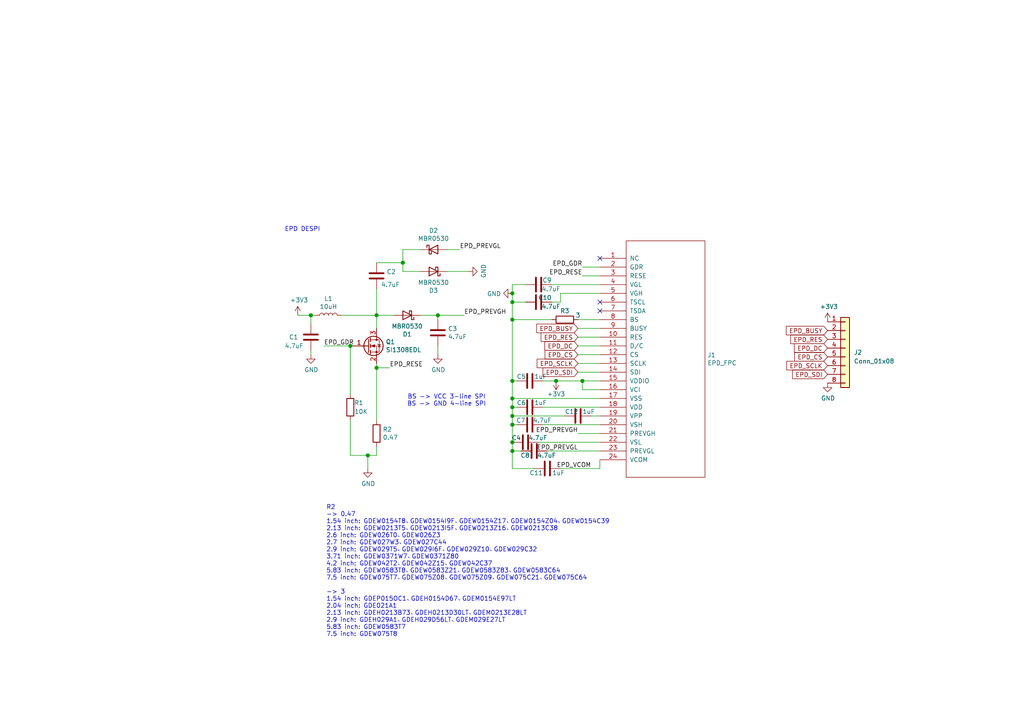
<source format=kicad_sch>
(kicad_sch (version 20201015) (generator eeschema)
  (paper "A4")
  (title_block (title "EPD2SPI") (date "2021-01-12") (rev "1.0") (company "megumi"))
  (lib_symbols
    (symbol "Connector_Generic:Conn_01x08" (pin_names (offset 1.016) hide)
      (property "Reference" "J" (at 0 10.16 0))
      (property "Value" "Conn_01x08" (at 0 -12.7 0))
      (symbol "Conn_01x08_1_1"
        (rectangle (start -1.27 -4.953) (end 0 -5.207) (stroke (width 0.1524)))
        (rectangle (start -1.27 -7.493) (end 0 -7.747) (stroke (width 0.1524)))
        (rectangle (start -1.27 -10.033) (end 0 -10.287) (stroke (width 0.1524)))
        (rectangle (start -1.27 -2.413) (end 0 -2.667) (stroke (width 0.1524)))
        (rectangle (start -1.27 2.667) (end 0 2.413) (stroke (width 0.1524)))
        (rectangle (start -1.27 5.207) (end 0 4.953) (stroke (width 0.1524)))
        (rectangle (start -1.27 7.747) (end 0 7.493) (stroke (width 0.1524)))
        (rectangle (start -1.27 8.89) (end 1.27 -11.43) (stroke (width 0.254)) (fill (type background)))
        (rectangle (start -1.27 0.127) (end 0 -0.127) (stroke (width 0.1524)))
        (pin passive line (at -5.08 7.62 0) (length 3.81) (name "Pin_1") (number "1"))
        (pin passive line (at -5.08 5.08 0) (length 3.81) (name "Pin_2") (number "2"))
        (pin passive line (at -5.08 2.54 0) (length 3.81) (name "Pin_3") (number "3"))
        (pin passive line (at -5.08 0 0) (length 3.81) (name "Pin_4") (number "4"))
        (pin passive line (at -5.08 -2.54 0) (length 3.81) (name "Pin_5") (number "5"))
        (pin passive line (at -5.08 -5.08 0) (length 3.81) (name "Pin_6") (number "6"))
        (pin passive line (at -5.08 -7.62 0) (length 3.81) (name "Pin_7") (number "7"))
        (pin passive line (at -5.08 -10.16 0) (length 3.81) (name "Pin_8") (number "8"))
      )
    )
    (symbol "Device:C" (pin_numbers hide) (pin_names (offset 0.254))
      (property "Reference" "C" (at 0.635 2.54 0))
      (property "Value" "C" (at 0.635 -2.54 0))
      (symbol "C_0_1"
        (polyline (pts (xy -2.032 -0.762) (xy 2.032 -0.762)) (stroke (width 0.508)))
        (polyline (pts (xy -2.032 0.762) (xy 2.032 0.762)) (stroke (width 0.508)))
      )
      (symbol "C_1_1"
        (pin passive line (at 0 3.81 270) (length 2.794) (name "~") (number "1"))
        (pin passive line (at 0 -3.81 90) (length 2.794) (name "~") (number "2"))
      )
    )
    (symbol "Device:L" (pin_numbers hide) (pin_names (offset 1.016) hide)
      (property "Reference" "L" (at -1.27 0 90))
      (property "Value" "L" (at 1.905 0 90))
      (symbol "L_0_1"
        (arc (start 0 -2.54) (end 0 -1.27) (radius (at 0 -1.905) (length 0.635) (angles -89.9 89.9)))
        (arc (start 0 -1.27) (end 0 0) (radius (at 0 -0.635) (length 0.635) (angles -89.9 89.9)))
        (arc (start 0 0) (end 0 1.27) (radius (at 0 0.635) (length 0.635) (angles -89.9 89.9)))
        (arc (start 0 1.27) (end 0 2.54) (radius (at 0 1.905) (length 0.635) (angles -89.9 89.9)))
      )
      (symbol "L_1_1"
        (pin passive line (at 0 3.81 270) (length 1.27) (name "1") (number "1"))
        (pin passive line (at 0 -3.81 90) (length 1.27) (name "2") (number "2"))
      )
    )
    (symbol "Device:R" (pin_numbers hide) (pin_names (offset 0))
      (property "Reference" "R" (at 2.032 0 90))
      (property "Value" "R" (at 0 0 90))
      (symbol "R_0_1"
        (rectangle (start -1.016 -2.54) (end 1.016 2.54) (stroke (width 0.254)))
      )
      (symbol "R_1_1"
        (pin passive line (at 0 3.81 270) (length 1.27) (name "~") (number "1"))
        (pin passive line (at 0 -3.81 90) (length 1.27) (name "~") (number "2"))
      )
    )
    (symbol "Diode:MBR0530" (pin_numbers hide) (pin_names (offset 1.016) hide)
      (property "Reference" "D" (at 0 2.54 0))
      (property "Value" "MBR0530" (at 0 -2.54 0))
      (symbol "MBR0530_0_1"
        (polyline (pts (xy 1.27 0) (xy -1.27 0)))
        (polyline (pts (xy 1.27 1.27) (xy 1.27 -1.27) (xy -1.27 0) (xy 1.27 1.27)) (stroke (width 0.254)))
        (polyline (pts (xy -1.905 0.635) (xy -1.905 1.27) (xy -1.27 1.27) (xy -1.27 -1.27) (xy -0.635 -1.27) (xy -0.635 -0.635)) (stroke (width 0.254)))
      )
      (symbol "MBR0530_1_1"
        (pin passive line (at -3.81 0 0) (length 2.54) (name "K") (number "1"))
        (pin passive line (at 3.81 0 180) (length 2.54) (name "A") (number "2"))
      )
    )
    (symbol "Diode:MBR0530_1" (pin_numbers hide) (pin_names (offset 1.016) hide)
      (property "Reference" "D" (at 0 2.54 0))
      (property "Value" "MBR0530" (at 0 -2.54 0))
      (symbol "MBR0530_1_0_1"
        (polyline (pts (xy 1.27 0) (xy -1.27 0)))
        (polyline (pts (xy 1.27 1.27) (xy 1.27 -1.27) (xy -1.27 0) (xy 1.27 1.27)) (stroke (width 0.254)))
        (polyline (pts (xy -1.905 0.635) (xy -1.905 1.27) (xy -1.27 1.27) (xy -1.27 -1.27) (xy -0.635 -1.27) (xy -0.635 -0.635)) (stroke (width 0.254)))
      )
      (symbol "MBR0530_1_1_1"
        (pin passive line (at -3.81 0 0) (length 2.54) (name "K") (number "1"))
        (pin passive line (at 3.81 0 180) (length 2.54) (name "A") (number "2"))
      )
    )
    (symbol "Diode:MBR0530_2" (pin_numbers hide) (pin_names (offset 1.016) hide)
      (property "Reference" "D" (at 0 2.54 0))
      (property "Value" "MBR0530" (at 0 -2.54 0))
      (symbol "MBR0530_2_0_1"
        (polyline (pts (xy 1.27 0) (xy -1.27 0)))
        (polyline (pts (xy 1.27 1.27) (xy 1.27 -1.27) (xy -1.27 0) (xy 1.27 1.27)) (stroke (width 0.254)))
        (polyline (pts (xy -1.905 0.635) (xy -1.905 1.27) (xy -1.27 1.27) (xy -1.27 -1.27) (xy -0.635 -1.27) (xy -0.635 -0.635)) (stroke (width 0.254)))
      )
      (symbol "MBR0530_2_1_1"
        (pin passive line (at -3.81 0 0) (length 2.54) (name "K") (number "1"))
        (pin passive line (at 3.81 0 180) (length 2.54) (name "A") (number "2"))
      )
    )
    (symbol "EPD_FPC:EPD_FPC" (pin_names (offset 1.016))
      (property "Reference" "J" (at 0 -2.54 0))
      (property "Value" "EPD_FPC" (at 0 2.54 0))
      (symbol "EPD_FPC_1_0"
        (rectangle (start -11.43 -34.29) (end 11.43 34.29))
      )
      (symbol "EPD_FPC_1_1"
        (pin passive line (at -19.05 29.21 0) (length 7.62) (name "NC") (number "1"))
        (pin passive line (at -19.05 6.35 0) (length 7.62) (name "RES") (number "10"))
        (pin passive line (at -19.05 3.81 0) (length 7.62) (name "D/C") (number "11"))
        (pin passive line (at -19.05 1.27 0) (length 7.62) (name "CS") (number "12"))
        (pin passive line (at -19.05 -1.27 0) (length 7.62) (name "SCLK") (number "13"))
        (pin passive line (at -19.05 -3.81 0) (length 7.62) (name "SDI") (number "14"))
        (pin passive line (at -19.05 -6.35 0) (length 7.62) (name "VDDIO") (number "15"))
        (pin passive line (at -19.05 -8.89 0) (length 7.62) (name "VCI") (number "16"))
        (pin passive line (at -19.05 -11.43 0) (length 7.62) (name "VSS") (number "17"))
        (pin passive line (at -19.05 -13.97 0) (length 7.62) (name "VDD") (number "18"))
        (pin passive line (at -19.05 -16.51 0) (length 7.62) (name "VPP") (number "19"))
        (pin passive line (at -19.05 26.67 0) (length 7.62) (name "GDR") (number "2"))
        (pin passive line (at -19.05 -19.05 0) (length 7.62) (name "VSH") (number "20"))
        (pin passive line (at -19.05 -21.59 0) (length 7.62) (name "PREVGH") (number "21"))
        (pin passive line (at -19.05 -24.13 0) (length 7.62) (name "VSL") (number "22"))
        (pin passive line (at -19.05 -26.67 0) (length 7.62) (name "PREVGL") (number "23"))
        (pin power_in line (at -19.05 -29.21 0) (length 7.62) (name "VCOM") (number "24"))
        (pin passive line (at -19.05 24.13 0) (length 7.62) (name "RESE") (number "3"))
        (pin passive line (at -19.05 21.59 0) (length 7.62) (name "VGL") (number "4"))
        (pin passive line (at -19.05 19.05 0) (length 7.62) (name "VGH") (number "5"))
        (pin passive line (at -19.05 16.51 0) (length 7.62) (name "TSCL") (number "6"))
        (pin passive line (at -19.05 13.97 0) (length 7.62) (name "TSDA") (number "7"))
        (pin passive line (at -19.05 11.43 0) (length 7.62) (name "BS") (number "8"))
        (pin passive line (at -19.05 8.89 0) (length 7.62) (name "BUSY") (number "9"))
      )
    )
    (symbol "EPD_FPC:SI1308EDL" (pin_names hide)
      (property "Reference" "Q" (at 5.08 1.27 0))
      (property "Value" "SI1308EDL" (at 5.08 -1.27 0))
      (symbol "SI1308EDL_0_1"
        (circle (center 1.651 0) (radius 2.794) (stroke (width 0.254)))
        (circle (center 2.54 -1.778) (radius 0.254) (fill (type outline)))
        (circle (center 2.54 1.778) (radius 0.254) (fill (type outline)))
        (polyline (pts (xy 0.254 0) (xy -2.54 0)))
        (polyline (pts (xy 0.254 1.905) (xy 0.254 -1.905)) (stroke (width 0.254)))
        (polyline (pts (xy 0.762 -1.27) (xy 0.762 -2.286)) (stroke (width 0.254)))
        (polyline (pts (xy 0.762 0.508) (xy 0.762 -0.508)) (stroke (width 0.254)))
        (polyline (pts (xy 0.762 2.286) (xy 0.762 1.27)) (stroke (width 0.254)))
        (polyline (pts (xy 2.54 2.54) (xy 2.54 1.778)))
        (polyline (pts (xy 2.54 -2.54) (xy 2.54 0) (xy 0.762 0)))
        (polyline (pts (xy 0.762 -1.778) (xy 3.302 -1.778) (xy 3.302 1.778) (xy 0.762 1.778)))
        (polyline (pts (xy 1.016 0) (xy 2.032 0.381) (xy 2.032 -0.381) (xy 1.016 0)) (fill (type outline)))
        (polyline (pts (xy 2.794 0.508) (xy 2.921 0.381) (xy 3.683 0.381) (xy 3.81 0.254)))
        (polyline (pts (xy 3.302 0.381) (xy 2.921 -0.254) (xy 3.683 -0.254) (xy 3.302 0.381)))
      )
      (symbol "SI1308EDL_1_1"
        (pin input line (at -5.08 0 0) (length 5.08) (name "G") (number "1"))
        (pin passive line (at 2.54 -5.08 90) (length 2.54) (name "S") (number "2"))
        (pin passive line (at 2.54 5.08 270) (length 2.54) (name "D") (number "3"))
      )
    )
    (symbol "power:+3.3V" (power) (pin_names (offset 0))
      (property "Value" "+3.3V" (at 0 3.556 0))
      (symbol "+3.3V_0_1"
        (polyline (pts (xy -0.762 1.27) (xy 0 2.54)))
        (polyline (pts (xy 0 0) (xy 0 2.54)))
        (polyline (pts (xy 0 2.54) (xy 0.762 1.27)))
      )
      (symbol "+3.3V_1_1"
        (pin power_in line (at 0 0 90) (length 0) hide (name "+3V3") (number "1"))
      )
    )
    (symbol "power:GND" (power) (pin_names (offset 0))
      (property "Value" "GND" (at 0 -3.81 0))
      (symbol "GND_0_1"
        (polyline (pts (xy 0 0) (xy 0 -1.27) (xy 1.27 -1.27) (xy 0 -2.54) (xy -1.27 -1.27) (xy 0 -1.27)))
      )
      (symbol "GND_1_1"
        (pin power_in line (at 0 0 270) (length 0) hide (name "GND") (number "1"))
      )
    )
  )
  (junction (at 90.17 91.44) (diameter 1.016))
  (junction (at 101.6 100.33) (diameter 1.016))
  (junction (at 106.68 132.08) (diameter 1.016))
  (junction (at 109.22 91.44) (diameter 1.016))
  (junction (at 109.22 106.68) (diameter 1.016))
  (junction (at 116.84 76.2) (diameter 1.016))
  (junction (at 127 91.44) (diameter 1.016))
  (junction (at 148.59 85.09) (diameter 1.016))
  (junction (at 148.59 87.63) (diameter 1.016))
  (junction (at 148.59 92.71) (diameter 1.016))
  (junction (at 148.59 110.49) (diameter 1.016))
  (junction (at 148.59 115.57) (diameter 1.016))
  (junction (at 148.59 118.11) (diameter 1.016))
  (junction (at 148.59 120.65) (diameter 1.016))
  (junction (at 148.59 123.19) (diameter 1.016))
  (junction (at 148.59 128.27) (diameter 1.016))
  (junction (at 148.59 130.81) (diameter 1.016))
  (junction (at 161.29 110.49) (diameter 1.016))
  (junction (at 168.91 110.49) (diameter 1.016))
  (no_connect (at 173.99 74.93))
  (no_connect (at 173.99 87.63))
  (no_connect (at 173.99 90.17))
  (wire (pts (xy 86.36 91.44) (xy 90.17 91.44)))
  (wire (pts (xy 90.17 91.44) (xy 91.44 91.44)))
  (wire (pts (xy 90.17 93.98) (xy 90.17 91.44)))
  (wire (pts (xy 90.17 101.6) (xy 90.17 102.87)))
  (wire (pts (xy 93.98 100.33) (xy 101.6 100.33)))
  (wire (pts (xy 99.06 91.44) (xy 109.22 91.44)))
  (wire (pts (xy 101.6 114.3) (xy 101.6 100.33)))
  (wire (pts (xy 101.6 121.92) (xy 101.6 132.08)))
  (wire (pts (xy 101.6 132.08) (xy 106.68 132.08)))
  (wire (pts (xy 106.68 132.08) (xy 109.22 132.08)))
  (wire (pts (xy 106.68 135.89) (xy 106.68 132.08)))
  (wire (pts (xy 109.22 76.2) (xy 116.84 76.2)))
  (wire (pts (xy 109.22 83.82) (xy 109.22 91.44)))
  (wire (pts (xy 109.22 91.44) (xy 109.22 95.25)))
  (wire (pts (xy 109.22 106.68) (xy 109.22 105.41)))
  (wire (pts (xy 109.22 106.68) (xy 109.22 121.92)))
  (wire (pts (xy 109.22 106.68) (xy 113.03 106.68)))
  (wire (pts (xy 109.22 129.54) (xy 109.22 132.08)))
  (wire (pts (xy 114.3 91.44) (xy 109.22 91.44)))
  (wire (pts (xy 116.84 72.39) (xy 116.84 76.2)))
  (wire (pts (xy 116.84 76.2) (xy 116.84 78.74)))
  (wire (pts (xy 116.84 78.74) (xy 121.92 78.74)))
  (wire (pts (xy 121.92 72.39) (xy 116.84 72.39)))
  (wire (pts (xy 121.92 91.44) (xy 127 91.44)))
  (wire (pts (xy 127 91.44) (xy 127 92.71)))
  (wire (pts (xy 127 91.44) (xy 134.62 91.44)))
  (wire (pts (xy 127 100.33) (xy 127 102.87)))
  (wire (pts (xy 129.54 72.39) (xy 133.35 72.39)))
  (wire (pts (xy 129.54 78.74) (xy 135.89 78.74)))
  (wire (pts (xy 148.59 82.55) (xy 148.59 85.09)))
  (wire (pts (xy 148.59 85.09) (xy 148.59 87.63)))
  (wire (pts (xy 148.59 87.63) (xy 148.59 92.71)))
  (wire (pts (xy 148.59 87.63) (xy 152.4 87.63)))
  (wire (pts (xy 148.59 92.71) (xy 148.59 110.49)))
  (wire (pts (xy 148.59 92.71) (xy 160.02 92.71)))
  (wire (pts (xy 148.59 110.49) (xy 148.59 115.57)))
  (wire (pts (xy 148.59 110.49) (xy 149.86 110.49)))
  (wire (pts (xy 148.59 115.57) (xy 173.99 115.57)))
  (wire (pts (xy 148.59 118.11) (xy 148.59 115.57)))
  (wire (pts (xy 148.59 120.65) (xy 148.59 118.11)))
  (wire (pts (xy 148.59 120.65) (xy 163.83 120.65)))
  (wire (pts (xy 148.59 123.19) (xy 148.59 120.65)))
  (wire (pts (xy 148.59 123.19) (xy 148.59 128.27)))
  (wire (pts (xy 148.59 123.19) (xy 149.86 123.19)))
  (wire (pts (xy 148.59 128.27) (xy 148.59 130.81)))
  (wire (pts (xy 148.59 130.81) (xy 148.59 135.89)))
  (wire (pts (xy 149.86 118.11) (xy 148.59 118.11)))
  (wire (pts (xy 151.13 130.81) (xy 148.59 130.81)))
  (wire (pts (xy 152.4 82.55) (xy 148.59 82.55)))
  (wire (pts (xy 154.94 135.89) (xy 148.59 135.89)))
  (wire (pts (xy 156.21 128.27) (xy 173.99 128.27)))
  (wire (pts (xy 157.48 110.49) (xy 161.29 110.49)))
  (wire (pts (xy 157.48 118.11) (xy 173.99 118.11)))
  (wire (pts (xy 157.48 123.19) (xy 173.99 123.19)))
  (wire (pts (xy 158.75 130.81) (xy 173.99 130.81)))
  (wire (pts (xy 160.02 82.55) (xy 173.99 82.55)))
  (wire (pts (xy 160.02 87.63) (xy 162.56 87.63)))
  (wire (pts (xy 161.29 110.49) (xy 168.91 110.49)))
  (wire (pts (xy 162.56 85.09) (xy 173.99 85.09)))
  (wire (pts (xy 162.56 87.63) (xy 162.56 85.09)))
  (wire (pts (xy 162.56 135.89) (xy 173.99 135.89)))
  (wire (pts (xy 167.64 92.71) (xy 173.99 92.71)))
  (wire (pts (xy 167.64 95.25) (xy 173.99 95.25)))
  (wire (pts (xy 167.64 97.79) (xy 173.99 97.79)))
  (wire (pts (xy 167.64 102.87) (xy 173.99 102.87)))
  (wire (pts (xy 167.64 105.41) (xy 173.99 105.41)))
  (wire (pts (xy 167.64 107.95) (xy 173.99 107.95)))
  (wire (pts (xy 167.64 125.73) (xy 173.99 125.73)))
  (wire (pts (xy 168.91 77.47) (xy 173.99 77.47)))
  (wire (pts (xy 168.91 80.01) (xy 173.99 80.01)))
  (wire (pts (xy 168.91 110.49) (xy 168.91 113.03)))
  (wire (pts (xy 168.91 113.03) (xy 173.99 113.03)))
  (wire (pts (xy 171.45 120.65) (xy 173.99 120.65)))
  (wire (pts (xy 173.99 100.33) (xy 167.64 100.33)))
  (wire (pts (xy 173.99 110.49) (xy 168.91 110.49)))
  (wire (pts (xy 173.99 133.35) (xy 173.99 135.89)))
  (text "EPD DESPI" (at 82.55 67.31 0) (effects (font (size 1.27 1.27)) (justify left bottom)))
  (text "R2\n-> 0.47\n1.54 inch: GDEW0154T8、GDEW0154I9F、GDEW0154Z17、GDEW0154Z04、GDEW0154C39\n2.13 inch: GDEW0213T5、GDEW0213I5F、GDEW0213Z16、GDEW0213C38\n2.6 inch: GDEW026T0、GDEW026Z3\n2.7 inch: GDEW027W3、GDEW027C44\n2.9 inch: GDEW029T5、GDEW029I6F、GDEW029Z10、GDEW029C32\n3.71 inch: GDEW0371W7、GDEW0371Z80\n4.2 inch: GDEW042T2、GDEW042Z15、GDEW042C37\n5.83 inch: GDEW0583T8、GDEW0583Z21、GDEW0583Z83、GDEW0583C64\n7.5 inch: GDEW075T7、GDEW075Z08、GDEW075Z09、GDEW075C21、GDEW075C64\n\n-> 3\n1.54 inch: GDEP015OC1、GDEH0154D67、GDEM0154E97LT\n2.04 inch: GDE021A1\n2.13 inch: GDEH0213B73、GDEH0213D30LT、GDEM0213E28LT\n2.9 inch: GDEH029A1、GDEH029D56LT、GDEM029E27LT\n5.83 inch: GDEW0583T7\n7.5 inch: GDEW075T8" (at 94.615 184.785 0) (effects (font (size 1.27 1.27)) (justify left bottom)))
  (text "BS -> VCC 3-line SPI\nBS -> GND 4-line SPI" (at 129.54 116.205 180) (effects (font (size 1.27 1.27))))
  (label "EPD_GDR" (at 93.98 100.33 0))
  (label "EPD_RESE" (at 113.03 106.68 0))
  (label "EPD_PREVGL" (at 133.35 72.39 0))
  (label "EPD_PREVGH" (at 134.62 91.44 0))
  (label "EPD_PREVGH" (at 167.64 125.73 180))
  (label "EPD_PREVGL" (at 167.64 130.81 180))
  (label "EPD_GDR" (at 168.91 77.47 180))
  (label "EPD_RESE" (at 168.91 80.01 180))
  (label "EPD_VCOM" (at 171.45 135.89 180))
  (global_label "EPD_BUSY" (shape input) (at 167.64 95.25 180) (property "Intersheet References" "${INTERSHEET_REFS}" (effects hide)))
  (global_label "EPD_RES" (shape input) (at 167.64 97.79 180) (property "Intersheet References" "${INTERSHEET_REFS}" (effects hide)))
  (global_label "EPD_DC" (shape input) (at 167.64 100.33 180) (property "Intersheet References" "${INTERSHEET_REFS}" (effects hide)))
  (global_label "EPD_CS" (shape input) (at 167.64 102.87 180) (property "Intersheet References" "${INTERSHEET_REFS}" (effects hide)))
  (global_label "EPD_SCLK" (shape input) (at 167.64 105.41 180) (property "Intersheet References" "${INTERSHEET_REFS}" (effects hide)))
  (global_label "EPD_SDI" (shape input) (at 167.64 107.95 180) (property "Intersheet References" "${INTERSHEET_REFS}" (effects hide)))
  (global_label "EPD_BUSY" (shape input) (at 240.03 95.885 180) (property "Intersheet References" "${INTERSHEET_REFS}" (effects hide)))
  (global_label "EPD_RES" (shape input) (at 240.03 98.425 180) (property "Intersheet References" "${INTERSHEET_REFS}" (effects hide)))
  (global_label "EPD_DC" (shape input) (at 240.03 100.965 180) (property "Intersheet References" "${INTERSHEET_REFS}" (effects hide)))
  (global_label "EPD_CS" (shape input) (at 240.03 103.505 180) (property "Intersheet References" "${INTERSHEET_REFS}" (effects hide)))
  (global_label "EPD_SCLK" (shape input) (at 240.03 106.045 180) (property "Intersheet References" "${INTERSHEET_REFS}" (effects hide)))
  (global_label "EPD_SDI" (shape input) (at 240.03 108.585 180) (property "Intersheet References" "${INTERSHEET_REFS}" (effects hide)))
  (symbol (lib_id "power:+3.3V") (at 86.36 91.44 0) (unit 1)
    (property "Reference" "#PWR01" (effects hide))
    (property "Value" "+3.3V" (at 86.741 87.0458 0))
  )
  (symbol (lib_id "power:+3.3V") (at 161.29 110.49 180) (unit 1)
    (property "Reference" "#PWR07" (effects hide))
    (property "Value" "+3.3V" (at 161.29 114.3 0))
  )
  (symbol (lib_id "power:+3.3V") (at 240.03 93.345 0) (unit 1)
    (property "Reference" "#PWR08" (effects hide))
    (property "Value" "+3.3V" (at 240.411 88.9508 0))
  )
  (symbol (lib_id "Device:L") (at 95.25 91.44 90) (unit 1)
    (property "Reference" "L1" (at 95.25 86.614 90))
    (property "Value" "10uH" (at 95.25 88.9254 90))
    (property "Footprint" "Inductor_SMD:L_Taiyo-Yuden_MD-4040" (effects hide))
  )
  (symbol (lib_id "power:GND") (at 90.17 102.87 0) (unit 1)
    (property "Reference" "#PWR02" (effects hide))
    (property "Value" "GND" (at 90.297 107.2642 0))
  )
  (symbol (lib_id "power:GND") (at 106.68 135.89 0) (unit 1)
    (property "Reference" "#PWR03" (effects hide))
    (property "Value" "GND" (at 106.807 140.2842 0))
  )
  (symbol (lib_id "power:GND") (at 127 102.87 0) (unit 1)
    (property "Reference" "#PWR04" (effects hide))
    (property "Value" "GND" (at 127.127 107.2642 0))
  )
  (symbol (lib_id "power:GND") (at 135.89 78.74 90) (unit 1)
    (property "Reference" "#PWR05" (effects hide))
    (property "Value" "GND" (at 140.2842 78.613 0))
  )
  (symbol (lib_id "power:GND") (at 148.59 85.09 270) (unit 1)
    (property "Reference" "#PWR06" (effects hide))
    (property "Value" "GND" (at 145.3388 85.217 90) (effects (justify right)))
  )
  (symbol (lib_id "power:GND") (at 240.03 111.125 0) (unit 1)
    (property "Reference" "#PWR09" (effects hide))
    (property "Value" "GND" (at 240.157 115.5192 0))
  )
  (symbol (lib_id "Device:R") (at 101.6 118.11 0) (mirror y) (unit 1)
    (property "Reference" "R1" (at 105.41 116.84 0) (effects (justify left)))
    (property "Value" "10K" (at 106.68 119.38 0) (effects (justify left)))
    (property "Footprint" "Resistor_SMD:R_0603_1608Metric" (effects hide))
  )
  (symbol (lib_id "Device:R") (at 109.22 125.73 0) (unit 1)
    (property "Reference" "R2" (at 110.998 124.5616 0) (effects (justify left)))
    (property "Value" "0.47" (at 110.998 126.873 0) (effects (justify left)))
    (property "Footprint" "Resistor_SMD:R_0603_1608Metric" (effects hide))
  )
  (symbol (lib_id "Device:R") (at 163.83 92.71 90) (unit 1)
    (property "Reference" "R3" (at 163.83 90.17 90))
    (property "Value" "3" (at 167.64 91.44 90))
    (property "Footprint" "Resistor_SMD:R_0603_1608Metric" (effects hide))
  )
  (symbol (lib_name "Diode:MBR0530_1") (lib_id "Diode:MBR0530") (at 118.11 91.44 180) (unit 1)
    (property "Reference" "D1" (at 118.11 96.9518 0))
    (property "Value" "MBR0530" (at 118.11 94.6404 0))
    (property "Footprint" "Diode_SMD:D_SOD-123" (effects hide))
    (property "Datasheet" "http://www.mccsemi.com/up_pdf/MBR0520~MBR0580(SOD123).pdf" (effects hide))
  )
  (symbol (lib_name "Diode:MBR0530_2") (lib_id "Diode:MBR0530") (at 125.73 72.39 0) (unit 1)
    (property "Reference" "D2" (at 125.73 66.8782 0))
    (property "Value" "MBR0530" (at 125.73 69.1896 0))
    (property "Footprint" "Diode_SMD:D_SOD-123" (effects hide))
    (property "Datasheet" "http://www.mccsemi.com/up_pdf/MBR0520~MBR0580(SOD123).pdf" (effects hide))
  )
  (symbol (lib_id "Diode:MBR0530") (at 125.73 78.74 180) (unit 1)
    (property "Reference" "D3" (at 125.73 84.2518 0))
    (property "Value" "MBR0530" (at 125.73 81.9404 0))
    (property "Footprint" "Diode_SMD:D_SOD-123" (effects hide))
    (property "Datasheet" "http://www.mccsemi.com/up_pdf/MBR0520~MBR0580(SOD123).pdf" (effects hide))
  )
  (symbol (lib_id "Device:C") (at 90.17 97.79 0) (unit 1)
    (property "Reference" "C1" (at 83.82 97.79 0) (effects (justify left)))
    (property "Value" "4.7uF" (at 82.55 100.33 0) (effects (justify left)))
    (property "Footprint" "Capacitor_SMD:C_0603_1608Metric" (effects hide))
  )
  (symbol (lib_id "Device:C") (at 109.22 80.01 0) (unit 1)
    (property "Reference" "C2" (at 112.141 78.8416 0) (effects (justify left)))
    (property "Value" "4.7uF" (at 110.49 82.55 0) (effects (justify left)))
    (property "Footprint" "Capacitor_SMD:C_0603_1608Metric" (effects hide))
  )
  (symbol (lib_id "Device:C") (at 127 96.52 0) (unit 1)
    (property "Reference" "C3" (at 129.921 95.3516 0) (effects (justify left)))
    (property "Value" "4.7uF" (at 129.921 97.663 0) (effects (justify left)))
    (property "Footprint" "Capacitor_SMD:C_0603_1608Metric" (effects hide))
  )
  (symbol (lib_id "Device:C") (at 152.4 128.27 90) (unit 1)
    (property "Reference" "C4" (at 151.13 127 90) (effects (justify left)))
    (property "Value" "4.7uF" (at 158.75 127 90) (effects (justify left)))
    (property "Footprint" "Capacitor_SMD:C_0603_1608Metric" (effects hide))
  )
  (symbol (lib_id "Device:C") (at 153.67 110.49 270) (unit 1)
    (property "Reference" "C5" (at 149.86 109.22 90) (effects (justify left)))
    (property "Value" "1uF" (at 154.94 109.22 90) (effects (justify left)))
    (property "Footprint" "Capacitor_SMD:C_0603_1608Metric" (effects hide))
  )
  (symbol (lib_id "Device:C") (at 153.67 118.11 270) (unit 1)
    (property "Reference" "C6" (at 149.86 116.84 90) (effects (justify left)))
    (property "Value" "1uF" (at 154.94 116.84 90) (effects (justify left)))
    (property "Footprint" "Capacitor_SMD:C_0603_1608Metric" (effects hide))
  )
  (symbol (lib_id "Device:C") (at 153.67 123.19 90) (unit 1)
    (property "Reference" "C7" (at 152.4 121.92 90) (effects (justify left)))
    (property "Value" "4.7uF" (at 160.02 121.92 90) (effects (justify left)))
    (property "Footprint" "Capacitor_SMD:C_0603_1608Metric" (effects hide))
  )
  (symbol (lib_id "Device:C") (at 154.94 130.81 90) (unit 1)
    (property "Reference" "C8" (at 153.67 132.08 90) (effects (justify left)))
    (property "Value" "4.7uF" (at 161.29 132.08 90) (effects (justify left)))
    (property "Footprint" "Capacitor_SMD:C_0603_1608Metric" (effects hide))
  )
  (symbol (lib_id "Device:C") (at 156.21 82.55 90) (unit 1)
    (property "Reference" "C9" (at 160.02 81.28 90) (effects (justify left)))
    (property "Value" "4.7uF" (at 162.56 83.82 90) (effects (justify left)))
    (property "Footprint" "Capacitor_SMD:C_0603_1608Metric" (effects hide))
  )
  (symbol (lib_id "Device:C") (at 156.21 87.63 90) (unit 1)
    (property "Reference" "C10" (at 160.02 86.36 90) (effects (justify left)))
    (property "Value" "4.7uF" (at 162.56 88.9 90) (effects (justify left)))
    (property "Footprint" "Capacitor_SMD:C_0603_1608Metric" (effects hide))
  )
  (symbol (lib_id "Device:C") (at 158.75 135.89 90) (unit 1)
    (property "Reference" "C11" (at 157.48 137.16 90) (effects (justify left)))
    (property "Value" "1uF" (at 163.83 137.16 90) (effects (justify left)))
    (property "Footprint" "Capacitor_SMD:C_0603_1608Metric" (effects hide))
  )
  (symbol (lib_id "Device:C") (at 167.64 120.65 270) (unit 1)
    (property "Reference" "C12" (at 163.83 119.38 90) (effects (justify left)))
    (property "Value" "1uF" (at 168.91 119.38 90) (effects (justify left)))
    (property "Footprint" "Capacitor_SMD:C_0603_1608Metric" (effects hide))
  )
  (symbol (lib_id "EPD_FPC:SI1308EDL") (at 106.68 100.33 0) (unit 1)
    (property "Reference" "Q1" (at 111.8616 99.1616 0) (effects (justify left)))
    (property "Value" "SI1308EDL" (at 111.8616 101.473 0) (effects (justify left)))
    (property "Footprint" "Package_TO_SOT_SMD:SOT-323_SC-70" (effects hide))
    (property "Datasheet" "https://www.vishay.com/docs/63399/si1308edl.pdf" (effects hide))
  )
  (symbol (lib_id "Connector_Generic:Conn_01x08") (at 245.11 100.965 0) (unit 1)
    (property "Reference" "J2" (at 247.65 102.235 0) (effects (justify left)))
    (property "Value" "Conn_01x08" (at 247.65 104.775 0) (effects (justify left)))
    (property "Footprint" "Connector_PinHeader_2.54mm:PinHeader_1x08_P2.54mm_Vertical" (effects hide))
  )
  (symbol (lib_id "EPD_FPC:EPD_FPC") (at 193.04 104.14 0) (unit 1)
    (property "Reference" "J1" (at 205.1812 102.9716 0) (effects (justify left)))
    (property "Value" "EPD_FPC" (at 205.1812 105.283 0) (effects (justify left)))
    (property "Footprint" "epd:FPC-SMD_24P-L17.5-W5.4-P0.50" (effects hide))
    (property "Datasheet" "DOCUMENTATION" (effects hide))
    (property "LCSC" "C11092" (effects hide))
  )
)
</source>
